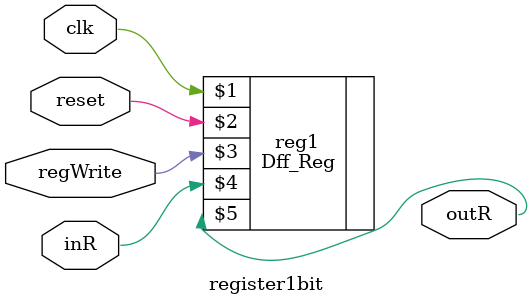
<source format=v>
/*##########################################################################################
Note: Please don’t upload the assignments, template file/solution and lab. manual on GitHub or others public repository. 
Kindly remove them, if you have uploaded the previous assignments. 
It violates the BITS’s Intellectual Property Rights (IPR).
*******************************************************************************************/


//The Dff_Reg will be used for making the pipeline registers


module register1bit(input clk, input reset, input regWrite, input inR, output outR);
    //WRITE YOUR CODE HERE, NO NEED TO DEFINE NEW VARIABLES
    Dff_Reg reg1(clk,reset,regWrite,inR,outR);
    
endmodule	 


</source>
